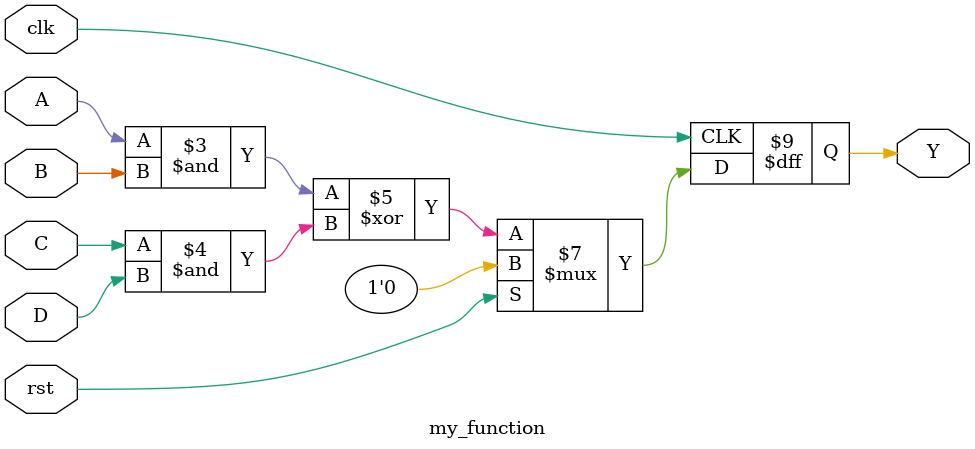
<source format=v>
`timescale 1ns / 1ps


module my_function(clk, rst, A, B, C, D, Y);
// Define the ports of your module
input clk, rst, A, B, C, D;
output Y;

// Define the types for the ports
wire clk, rst, A, B, C, D;
reg Y;

// On the positive edge of the clock
always @ (posedge clk)
    // If the reset is set, the set the output to 0
    if (rst == 1'b1) begin
        Y <= 1'b0;
    // Otherwise, set the output to be equal to (A and B) xor (C and D)
    end else begin
        Y <= (A & B) ^ (C & D);
    end

endmodule

</source>
